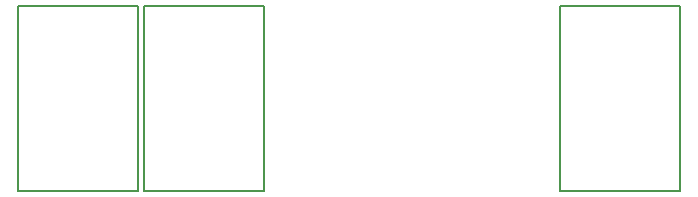
<source format=gbr>
%TF.GenerationSoftware,Altium Limited,Altium Designer,22.11.1 (43)*%
G04 Layer_Color=65535*
%FSLAX45Y45*%
%MOMM*%
%TF.SameCoordinates,CC3570FD-A2D7-4FBA-AFAC-830B96578B4B*%
%TF.FilePolarity,Positive*%
%TF.FileFunction,Other,Top_Courtyard*%
%TF.Part,Single*%
G01*
G75*
%TA.AperFunction,NonConductor*%
%ADD25C,0.20000*%
D25*
X6579500Y1031000D02*
Y2597500D01*
Y1031000D02*
X7597500D01*
Y2597500D01*
X6579500D02*
X7597500D01*
X3061000Y1031000D02*
Y2597500D01*
Y1031000D02*
X4079000D01*
Y2597500D01*
X3061000D02*
X4079000D01*
X1991000Y1031000D02*
Y2597500D01*
Y1031000D02*
X3009000D01*
Y2597500D01*
X1991000D02*
X3009000D01*
%TF.MD5,4e8e531521151c72cc5e1ff53e1744b0*%
M02*

</source>
